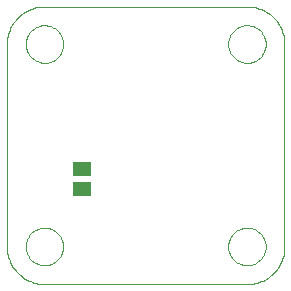
<source format=gtp>
G75*
G70*
%OFA0B0*%
%FSLAX24Y24*%
%IPPOS*%
%LPD*%
%AMOC8*
5,1,8,0,0,1.08239X$1,22.5*
%
%ADD10C,0.0000*%
%ADD11R,0.0591X0.0512*%
D10*
X000680Y001930D02*
X000680Y008680D01*
X000682Y008748D01*
X000687Y008815D01*
X000696Y008882D01*
X000709Y008949D01*
X000726Y009014D01*
X000745Y009079D01*
X000769Y009143D01*
X000796Y009205D01*
X000826Y009266D01*
X000859Y009324D01*
X000895Y009381D01*
X000935Y009436D01*
X000977Y009489D01*
X001023Y009540D01*
X001070Y009587D01*
X001121Y009633D01*
X001174Y009675D01*
X001229Y009715D01*
X001286Y009751D01*
X001344Y009784D01*
X001405Y009814D01*
X001467Y009841D01*
X001531Y009865D01*
X001596Y009884D01*
X001661Y009901D01*
X001728Y009914D01*
X001795Y009923D01*
X001862Y009928D01*
X001930Y009930D01*
X008680Y009930D01*
X008748Y009928D01*
X008815Y009923D01*
X008882Y009914D01*
X008949Y009901D01*
X009014Y009884D01*
X009079Y009865D01*
X009143Y009841D01*
X009205Y009814D01*
X009266Y009784D01*
X009324Y009751D01*
X009381Y009715D01*
X009436Y009675D01*
X009489Y009633D01*
X009540Y009587D01*
X009587Y009540D01*
X009633Y009489D01*
X009675Y009436D01*
X009715Y009381D01*
X009751Y009324D01*
X009784Y009266D01*
X009814Y009205D01*
X009841Y009143D01*
X009865Y009079D01*
X009884Y009014D01*
X009901Y008949D01*
X009914Y008882D01*
X009923Y008815D01*
X009928Y008748D01*
X009930Y008680D01*
X009930Y001930D01*
X009928Y001862D01*
X009923Y001795D01*
X009914Y001728D01*
X009901Y001661D01*
X009884Y001596D01*
X009865Y001531D01*
X009841Y001467D01*
X009814Y001405D01*
X009784Y001344D01*
X009751Y001286D01*
X009715Y001229D01*
X009675Y001174D01*
X009633Y001121D01*
X009587Y001070D01*
X009540Y001023D01*
X009489Y000977D01*
X009436Y000935D01*
X009381Y000895D01*
X009324Y000859D01*
X009266Y000826D01*
X009205Y000796D01*
X009143Y000769D01*
X009079Y000745D01*
X009014Y000726D01*
X008949Y000709D01*
X008882Y000696D01*
X008815Y000687D01*
X008748Y000682D01*
X008680Y000680D01*
X001930Y000680D01*
X001862Y000682D01*
X001795Y000687D01*
X001728Y000696D01*
X001661Y000709D01*
X001596Y000726D01*
X001531Y000745D01*
X001467Y000769D01*
X001405Y000796D01*
X001344Y000826D01*
X001286Y000859D01*
X001229Y000895D01*
X001174Y000935D01*
X001121Y000977D01*
X001070Y001023D01*
X001023Y001070D01*
X000977Y001121D01*
X000935Y001174D01*
X000895Y001229D01*
X000859Y001286D01*
X000826Y001344D01*
X000796Y001405D01*
X000769Y001467D01*
X000745Y001531D01*
X000726Y001596D01*
X000709Y001661D01*
X000696Y001728D01*
X000687Y001795D01*
X000682Y001862D01*
X000680Y001930D01*
X001305Y001930D02*
X001307Y001980D01*
X001313Y002029D01*
X001323Y002078D01*
X001336Y002125D01*
X001354Y002172D01*
X001375Y002217D01*
X001399Y002260D01*
X001427Y002301D01*
X001458Y002340D01*
X001492Y002376D01*
X001529Y002410D01*
X001569Y002440D01*
X001610Y002467D01*
X001654Y002491D01*
X001699Y002511D01*
X001746Y002527D01*
X001794Y002540D01*
X001843Y002549D01*
X001893Y002554D01*
X001942Y002555D01*
X001992Y002552D01*
X002041Y002545D01*
X002090Y002534D01*
X002137Y002520D01*
X002183Y002501D01*
X002228Y002479D01*
X002271Y002454D01*
X002311Y002425D01*
X002349Y002393D01*
X002385Y002359D01*
X002418Y002321D01*
X002447Y002281D01*
X002473Y002239D01*
X002496Y002195D01*
X002515Y002149D01*
X002531Y002102D01*
X002543Y002053D01*
X002551Y002004D01*
X002555Y001955D01*
X002555Y001905D01*
X002551Y001856D01*
X002543Y001807D01*
X002531Y001758D01*
X002515Y001711D01*
X002496Y001665D01*
X002473Y001621D01*
X002447Y001579D01*
X002418Y001539D01*
X002385Y001501D01*
X002349Y001467D01*
X002311Y001435D01*
X002271Y001406D01*
X002228Y001381D01*
X002183Y001359D01*
X002137Y001340D01*
X002090Y001326D01*
X002041Y001315D01*
X001992Y001308D01*
X001942Y001305D01*
X001893Y001306D01*
X001843Y001311D01*
X001794Y001320D01*
X001746Y001333D01*
X001699Y001349D01*
X001654Y001369D01*
X001610Y001393D01*
X001569Y001420D01*
X001529Y001450D01*
X001492Y001484D01*
X001458Y001520D01*
X001427Y001559D01*
X001399Y001600D01*
X001375Y001643D01*
X001354Y001688D01*
X001336Y001735D01*
X001323Y001782D01*
X001313Y001831D01*
X001307Y001880D01*
X001305Y001930D01*
X001305Y008680D02*
X001307Y008730D01*
X001313Y008779D01*
X001323Y008828D01*
X001336Y008875D01*
X001354Y008922D01*
X001375Y008967D01*
X001399Y009010D01*
X001427Y009051D01*
X001458Y009090D01*
X001492Y009126D01*
X001529Y009160D01*
X001569Y009190D01*
X001610Y009217D01*
X001654Y009241D01*
X001699Y009261D01*
X001746Y009277D01*
X001794Y009290D01*
X001843Y009299D01*
X001893Y009304D01*
X001942Y009305D01*
X001992Y009302D01*
X002041Y009295D01*
X002090Y009284D01*
X002137Y009270D01*
X002183Y009251D01*
X002228Y009229D01*
X002271Y009204D01*
X002311Y009175D01*
X002349Y009143D01*
X002385Y009109D01*
X002418Y009071D01*
X002447Y009031D01*
X002473Y008989D01*
X002496Y008945D01*
X002515Y008899D01*
X002531Y008852D01*
X002543Y008803D01*
X002551Y008754D01*
X002555Y008705D01*
X002555Y008655D01*
X002551Y008606D01*
X002543Y008557D01*
X002531Y008508D01*
X002515Y008461D01*
X002496Y008415D01*
X002473Y008371D01*
X002447Y008329D01*
X002418Y008289D01*
X002385Y008251D01*
X002349Y008217D01*
X002311Y008185D01*
X002271Y008156D01*
X002228Y008131D01*
X002183Y008109D01*
X002137Y008090D01*
X002090Y008076D01*
X002041Y008065D01*
X001992Y008058D01*
X001942Y008055D01*
X001893Y008056D01*
X001843Y008061D01*
X001794Y008070D01*
X001746Y008083D01*
X001699Y008099D01*
X001654Y008119D01*
X001610Y008143D01*
X001569Y008170D01*
X001529Y008200D01*
X001492Y008234D01*
X001458Y008270D01*
X001427Y008309D01*
X001399Y008350D01*
X001375Y008393D01*
X001354Y008438D01*
X001336Y008485D01*
X001323Y008532D01*
X001313Y008581D01*
X001307Y008630D01*
X001305Y008680D01*
X008055Y008680D02*
X008057Y008730D01*
X008063Y008779D01*
X008073Y008828D01*
X008086Y008875D01*
X008104Y008922D01*
X008125Y008967D01*
X008149Y009010D01*
X008177Y009051D01*
X008208Y009090D01*
X008242Y009126D01*
X008279Y009160D01*
X008319Y009190D01*
X008360Y009217D01*
X008404Y009241D01*
X008449Y009261D01*
X008496Y009277D01*
X008544Y009290D01*
X008593Y009299D01*
X008643Y009304D01*
X008692Y009305D01*
X008742Y009302D01*
X008791Y009295D01*
X008840Y009284D01*
X008887Y009270D01*
X008933Y009251D01*
X008978Y009229D01*
X009021Y009204D01*
X009061Y009175D01*
X009099Y009143D01*
X009135Y009109D01*
X009168Y009071D01*
X009197Y009031D01*
X009223Y008989D01*
X009246Y008945D01*
X009265Y008899D01*
X009281Y008852D01*
X009293Y008803D01*
X009301Y008754D01*
X009305Y008705D01*
X009305Y008655D01*
X009301Y008606D01*
X009293Y008557D01*
X009281Y008508D01*
X009265Y008461D01*
X009246Y008415D01*
X009223Y008371D01*
X009197Y008329D01*
X009168Y008289D01*
X009135Y008251D01*
X009099Y008217D01*
X009061Y008185D01*
X009021Y008156D01*
X008978Y008131D01*
X008933Y008109D01*
X008887Y008090D01*
X008840Y008076D01*
X008791Y008065D01*
X008742Y008058D01*
X008692Y008055D01*
X008643Y008056D01*
X008593Y008061D01*
X008544Y008070D01*
X008496Y008083D01*
X008449Y008099D01*
X008404Y008119D01*
X008360Y008143D01*
X008319Y008170D01*
X008279Y008200D01*
X008242Y008234D01*
X008208Y008270D01*
X008177Y008309D01*
X008149Y008350D01*
X008125Y008393D01*
X008104Y008438D01*
X008086Y008485D01*
X008073Y008532D01*
X008063Y008581D01*
X008057Y008630D01*
X008055Y008680D01*
X008055Y001930D02*
X008057Y001980D01*
X008063Y002029D01*
X008073Y002078D01*
X008086Y002125D01*
X008104Y002172D01*
X008125Y002217D01*
X008149Y002260D01*
X008177Y002301D01*
X008208Y002340D01*
X008242Y002376D01*
X008279Y002410D01*
X008319Y002440D01*
X008360Y002467D01*
X008404Y002491D01*
X008449Y002511D01*
X008496Y002527D01*
X008544Y002540D01*
X008593Y002549D01*
X008643Y002554D01*
X008692Y002555D01*
X008742Y002552D01*
X008791Y002545D01*
X008840Y002534D01*
X008887Y002520D01*
X008933Y002501D01*
X008978Y002479D01*
X009021Y002454D01*
X009061Y002425D01*
X009099Y002393D01*
X009135Y002359D01*
X009168Y002321D01*
X009197Y002281D01*
X009223Y002239D01*
X009246Y002195D01*
X009265Y002149D01*
X009281Y002102D01*
X009293Y002053D01*
X009301Y002004D01*
X009305Y001955D01*
X009305Y001905D01*
X009301Y001856D01*
X009293Y001807D01*
X009281Y001758D01*
X009265Y001711D01*
X009246Y001665D01*
X009223Y001621D01*
X009197Y001579D01*
X009168Y001539D01*
X009135Y001501D01*
X009099Y001467D01*
X009061Y001435D01*
X009021Y001406D01*
X008978Y001381D01*
X008933Y001359D01*
X008887Y001340D01*
X008840Y001326D01*
X008791Y001315D01*
X008742Y001308D01*
X008692Y001305D01*
X008643Y001306D01*
X008593Y001311D01*
X008544Y001320D01*
X008496Y001333D01*
X008449Y001349D01*
X008404Y001369D01*
X008360Y001393D01*
X008319Y001420D01*
X008279Y001450D01*
X008242Y001484D01*
X008208Y001520D01*
X008177Y001559D01*
X008149Y001600D01*
X008125Y001643D01*
X008104Y001688D01*
X008086Y001735D01*
X008073Y001782D01*
X008063Y001831D01*
X008057Y001880D01*
X008055Y001930D01*
D11*
X003180Y003845D03*
X003180Y004515D03*
M02*

</source>
